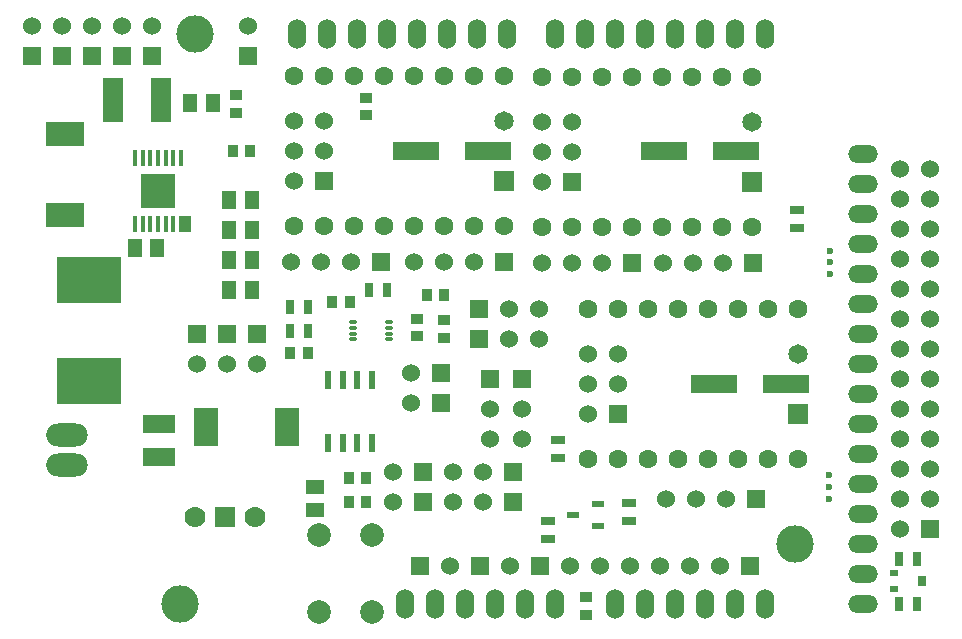
<source format=gts>
G04 (created by PCBNEW (2014-01-10 BZR 4027)-stable) date Thursday, 14 August 2014 18:29:29*
%MOIN*%
G04 Gerber Fmt 3.4, Leading zero omitted, Abs format*
%FSLAX34Y34*%
G01*
G70*
G90*
G04 APERTURE LIST*
%ADD10C,0.00590551*%
%ADD11O,0.0315X0.0118*%
%ADD12O,0.1X0.0590551*%
%ADD13R,0.0165X0.0579*%
%ADD14R,0.0413386X0.0579*%
%ADD15R,0.114173X0.114173*%
%ADD16C,0.019685*%
%ADD17R,0.06X0.06*%
%ADD18C,0.06*%
%ADD19R,0.065X0.065*%
%ADD20C,0.065*%
%ADD21R,0.0394X0.0354*%
%ADD22R,0.0709X0.1457*%
%ADD23R,0.0512X0.059*%
%ADD24R,0.106X0.063*%
%ADD25R,0.059X0.0512*%
%ADD26R,0.1259X0.0787*%
%ADD27R,0.0787X0.1259*%
%ADD28R,0.216535X0.15748*%
%ADD29O,0.138385X0.0767717*%
%ADD30R,0.0354X0.0394*%
%ADD31O,0.06X0.1*%
%ADD32C,0.125*%
%ADD33C,0.0787*%
%ADD34C,0.0629921*%
%ADD35C,0.07*%
%ADD36R,0.07X0.07*%
%ADD37R,0.023622X0.0629921*%
%ADD38R,0.0394X0.0236*%
%ADD39R,0.045X0.025*%
%ADD40R,0.0276X0.0236*%
%ADD41R,0.0276X0.0354*%
%ADD42R,0.025X0.045*%
%ADD43R,0.1575X0.063*%
%ADD44C,0.023622*%
G04 APERTURE END LIST*
G54D10*
G54D11*
X75240Y-67605D03*
X75240Y-67802D03*
X75240Y-67998D03*
X75240Y-68195D03*
X76460Y-68195D03*
X76460Y-67998D03*
X76460Y-67802D03*
X76460Y-67605D03*
G54D12*
X92250Y-69000D03*
X92250Y-68000D03*
X92250Y-67000D03*
X92250Y-66000D03*
X92250Y-65000D03*
X92250Y-64000D03*
X92250Y-63000D03*
X92250Y-62000D03*
X92250Y-77000D03*
X92250Y-76000D03*
X92250Y-75000D03*
X92250Y-74000D03*
X92250Y-73000D03*
X92250Y-72000D03*
X92250Y-71000D03*
X92250Y-70000D03*
G54D13*
X68750Y-64352D03*
X69006Y-64352D03*
X69262Y-64352D03*
G54D14*
X69642Y-64352D03*
G54D13*
X69518Y-62148D03*
X67982Y-64352D03*
X68238Y-64352D03*
X68494Y-64352D03*
X69262Y-62148D03*
X69006Y-62148D03*
X68750Y-62148D03*
X68494Y-62148D03*
X68238Y-62148D03*
X67979Y-62148D03*
G54D15*
X68750Y-63250D03*
G54D16*
X68750Y-63250D03*
X68375Y-62875D03*
X69124Y-62875D03*
X69124Y-63624D03*
X68375Y-63624D03*
G54D17*
X78174Y-70300D03*
G54D18*
X77174Y-70300D03*
G54D19*
X88550Y-62950D03*
G54D20*
X88550Y-60950D03*
G54D19*
X80300Y-62900D03*
G54D20*
X80300Y-60900D03*
G54D19*
X90100Y-70674D03*
G54D20*
X90100Y-68674D03*
G54D21*
X77400Y-67504D03*
X77400Y-68096D03*
X78300Y-67554D03*
X78300Y-68146D03*
G54D22*
X68857Y-60200D03*
X67243Y-60200D03*
G54D23*
X68725Y-65150D03*
X67975Y-65150D03*
G54D24*
X68774Y-71000D03*
X68774Y-72100D03*
G54D25*
X74000Y-73125D03*
X74000Y-73875D03*
G54D26*
X65650Y-64038D03*
X65650Y-61362D03*
G54D27*
X70362Y-71100D03*
X73038Y-71100D03*
G54D17*
X78174Y-69300D03*
G54D18*
X77174Y-69300D03*
G54D17*
X71750Y-58750D03*
G54D18*
X71750Y-57750D03*
G54D17*
X68550Y-58750D03*
G54D18*
X68550Y-57750D03*
G54D17*
X67550Y-58750D03*
G54D18*
X67550Y-57750D03*
G54D17*
X66550Y-58750D03*
G54D18*
X66550Y-57750D03*
G54D17*
X65550Y-58750D03*
G54D18*
X65550Y-57750D03*
G54D17*
X64550Y-58750D03*
G54D18*
X64550Y-57750D03*
G54D17*
X77600Y-72600D03*
G54D18*
X76600Y-72600D03*
G54D17*
X70050Y-68000D03*
G54D18*
X70050Y-69000D03*
G54D17*
X71050Y-68000D03*
G54D18*
X71050Y-69000D03*
G54D17*
X72050Y-68000D03*
G54D18*
X72050Y-69000D03*
G54D17*
X79500Y-75750D03*
G54D18*
X80500Y-75750D03*
G54D17*
X81500Y-75750D03*
G54D18*
X82500Y-75750D03*
G54D17*
X79825Y-69500D03*
G54D18*
X79825Y-70500D03*
X79825Y-71500D03*
G54D17*
X80874Y-69500D03*
G54D18*
X80874Y-70500D03*
X80874Y-71500D03*
G54D17*
X79450Y-67174D03*
G54D18*
X80450Y-67174D03*
X81450Y-67174D03*
G54D17*
X79450Y-68174D03*
G54D18*
X80450Y-68174D03*
X81450Y-68174D03*
G54D28*
X66450Y-69573D03*
X66450Y-66226D03*
G54D17*
X77500Y-75750D03*
G54D18*
X78500Y-75750D03*
G54D17*
X88500Y-75750D03*
G54D18*
X87500Y-75750D03*
X86500Y-75750D03*
X85500Y-75750D03*
X84500Y-75750D03*
X83500Y-75750D03*
G54D17*
X82550Y-62950D03*
G54D18*
X81550Y-62950D03*
X82550Y-61950D03*
X81550Y-61950D03*
X82550Y-60950D03*
X81550Y-60950D03*
G54D17*
X84550Y-65650D03*
G54D18*
X83550Y-65650D03*
X82550Y-65650D03*
X81550Y-65650D03*
G54D17*
X74300Y-62900D03*
G54D18*
X73300Y-62900D03*
X74300Y-61900D03*
X73300Y-61900D03*
X74300Y-60900D03*
X73300Y-60900D03*
G54D17*
X80300Y-65600D03*
G54D18*
X79300Y-65600D03*
X78300Y-65600D03*
X77300Y-65600D03*
G54D17*
X84100Y-70674D03*
G54D18*
X83100Y-70674D03*
X84100Y-69674D03*
X83100Y-69674D03*
X84100Y-68674D03*
X83100Y-68674D03*
G54D17*
X88700Y-73500D03*
G54D18*
X87700Y-73500D03*
X86700Y-73500D03*
X85700Y-73500D03*
G54D29*
X65725Y-71374D03*
X65725Y-72374D03*
G54D17*
X77600Y-73600D03*
G54D18*
X76600Y-73600D03*
G54D21*
X75688Y-60137D03*
X75688Y-60729D03*
G54D30*
X73746Y-68650D03*
X73154Y-68650D03*
X78296Y-66725D03*
X77704Y-66725D03*
X74554Y-66950D03*
X75146Y-66950D03*
G54D23*
X69825Y-60331D03*
X70575Y-60331D03*
X71125Y-64550D03*
X71875Y-64550D03*
X71125Y-65550D03*
X71875Y-65550D03*
X71125Y-66550D03*
X71875Y-66550D03*
X71125Y-63550D03*
X71875Y-63550D03*
G54D21*
X83030Y-77386D03*
X83030Y-76794D03*
G54D30*
X75104Y-72800D03*
X75696Y-72800D03*
X75104Y-73620D03*
X75696Y-73620D03*
G54D31*
X89000Y-77000D03*
X88000Y-77000D03*
X87000Y-77000D03*
X84000Y-77000D03*
X85000Y-77000D03*
X86000Y-77000D03*
X82000Y-77000D03*
X81000Y-77000D03*
X80000Y-77000D03*
X78000Y-77000D03*
X77000Y-77000D03*
X89000Y-58000D03*
X88000Y-58000D03*
X87000Y-58000D03*
X86000Y-58000D03*
X85000Y-58000D03*
X84000Y-58000D03*
X83000Y-58000D03*
X82000Y-58000D03*
X80400Y-58000D03*
X79400Y-58000D03*
X78400Y-58000D03*
X77400Y-58000D03*
X76400Y-58000D03*
X75400Y-58000D03*
X74400Y-58000D03*
X73400Y-58000D03*
X79000Y-77000D03*
G54D32*
X90000Y-75000D03*
X70000Y-58000D03*
X69500Y-77000D03*
G54D33*
X75886Y-77280D03*
X74114Y-74720D03*
X74114Y-77280D03*
X75886Y-74720D03*
G54D34*
X81550Y-64450D03*
X82550Y-64450D03*
X83550Y-64450D03*
X84550Y-64450D03*
X85550Y-64450D03*
X86550Y-64450D03*
X87550Y-64450D03*
X88550Y-64450D03*
X88550Y-59450D03*
X87550Y-59450D03*
X86550Y-59450D03*
X85550Y-59450D03*
X84550Y-59450D03*
X83550Y-59450D03*
X82550Y-59450D03*
X81550Y-59450D03*
X73300Y-64400D03*
X74300Y-64400D03*
X75300Y-64400D03*
X76300Y-64400D03*
X77300Y-64400D03*
X78300Y-64400D03*
X79300Y-64400D03*
X80300Y-64400D03*
X80300Y-59400D03*
X79300Y-59400D03*
X78300Y-59400D03*
X77300Y-59400D03*
X76300Y-59400D03*
X75300Y-59400D03*
X74300Y-59400D03*
X73300Y-59400D03*
X83100Y-72174D03*
X84100Y-72174D03*
X85100Y-72174D03*
X86100Y-72174D03*
X87100Y-72174D03*
X88100Y-72174D03*
X89100Y-72174D03*
X90100Y-72174D03*
X90100Y-67174D03*
X89100Y-67174D03*
X88100Y-67174D03*
X87100Y-67174D03*
X86100Y-67174D03*
X85100Y-67174D03*
X84100Y-67174D03*
X83100Y-67174D03*
G54D35*
X70000Y-74100D03*
G54D36*
X71000Y-74100D03*
G54D35*
X72000Y-74100D03*
G54D30*
X71241Y-61920D03*
X71833Y-61920D03*
G54D21*
X71350Y-60646D03*
X71350Y-60054D03*
G54D37*
X74411Y-69537D03*
X74411Y-71662D03*
X74903Y-69537D03*
X75396Y-69537D03*
X75888Y-69537D03*
X74903Y-71662D03*
X75396Y-71662D03*
X75888Y-71662D03*
G54D17*
X76200Y-65600D03*
G54D18*
X75200Y-65600D03*
X74200Y-65600D03*
X73200Y-65600D03*
G54D17*
X88600Y-65650D03*
G54D18*
X87600Y-65650D03*
X86600Y-65650D03*
X85600Y-65650D03*
G54D38*
X83416Y-74425D03*
X82584Y-74050D03*
X83416Y-73675D03*
G54D39*
X81750Y-74850D03*
X81750Y-74250D03*
X82100Y-72150D03*
X82100Y-71550D03*
X84450Y-74250D03*
X84450Y-73650D03*
X90059Y-64473D03*
X90059Y-63873D03*
G54D17*
X80600Y-73600D03*
G54D18*
X79600Y-73600D03*
X78600Y-73600D03*
G54D40*
X93278Y-75994D03*
G54D41*
X94222Y-76250D03*
G54D40*
X93278Y-76506D03*
G54D42*
X93450Y-75500D03*
X94050Y-75500D03*
X94050Y-77000D03*
X93450Y-77000D03*
G54D17*
X94500Y-74500D03*
G54D18*
X93500Y-74500D03*
X94500Y-73500D03*
X93500Y-73500D03*
X94500Y-72500D03*
X93500Y-72500D03*
X94500Y-71500D03*
X93500Y-71500D03*
X94500Y-70500D03*
X93500Y-70500D03*
X94500Y-69500D03*
X93500Y-69500D03*
X94500Y-68500D03*
X93500Y-68500D03*
X94500Y-67500D03*
X93500Y-67500D03*
X94500Y-66500D03*
X93500Y-66500D03*
X94500Y-65500D03*
X93500Y-65500D03*
X94500Y-64500D03*
X93500Y-64500D03*
X94500Y-63500D03*
X93500Y-63500D03*
X94500Y-62500D03*
X93500Y-62500D03*
G54D42*
X76400Y-66550D03*
X75800Y-66550D03*
X73750Y-67900D03*
X73150Y-67900D03*
X73750Y-67100D03*
X73150Y-67100D03*
G54D43*
X88012Y-61909D03*
X85610Y-61909D03*
X89685Y-69685D03*
X87283Y-69685D03*
X79744Y-61909D03*
X77342Y-61909D03*
G54D44*
X91125Y-73500D03*
X91125Y-73100D03*
X91125Y-72725D03*
X91150Y-66000D03*
X91150Y-65625D03*
X91150Y-65250D03*
G54D17*
X80600Y-72600D03*
G54D18*
X79600Y-72600D03*
X78600Y-72600D03*
M02*

</source>
